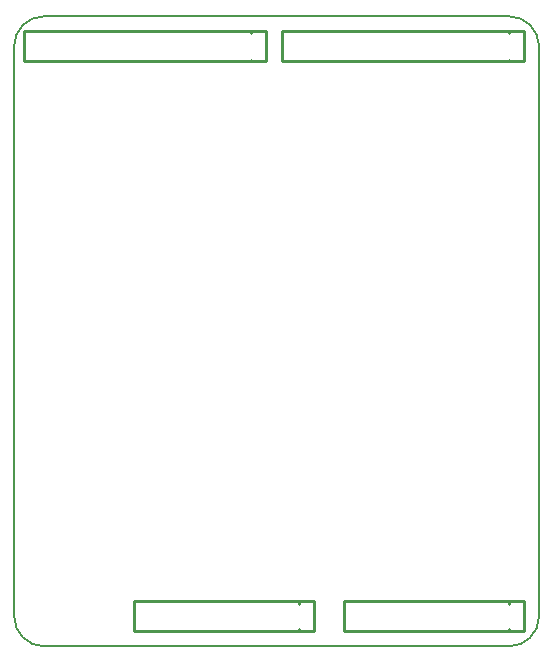
<source format=gbo>
%FSLAX25Y25*%
%MOIN*%
G70*
G01*
G75*
G04 Layer_Color=32896*
%ADD10R,0.02362X0.04724*%
%ADD11R,0.04724X0.02362*%
%ADD12R,0.02362X0.03543*%
%ADD13R,0.02559X0.02953*%
%ADD14R,0.02362X0.01969*%
%ADD15R,0.02953X0.02559*%
%ADD16R,0.04803X0.02362*%
%ADD17R,0.01969X0.02362*%
%ADD18R,0.01969X0.02756*%
%ADD19C,0.02000*%
%ADD20C,0.01000*%
%ADD21C,0.00600*%
%ADD22C,0.05906*%
%ADD23C,0.06000*%
%ADD24C,0.03000*%
%ADD25C,0.03000*%
%ADD26C,0.00984*%
%ADD27C,0.00787*%
%ADD28C,0.00394*%
%ADD29R,0.03162X0.05524*%
%ADD30R,0.05524X0.03162*%
%ADD31R,0.03162X0.04343*%
%ADD32R,0.03359X0.03753*%
%ADD33R,0.03162X0.02769*%
%ADD34R,0.03753X0.03359*%
%ADD35R,0.05603X0.03162*%
%ADD36R,0.02769X0.03162*%
%ADD37R,0.02769X0.03556*%
%ADD38C,0.06706*%
%ADD39C,0.06800*%
%ADD40C,0.03800*%
D20*
X165000Y14232D02*
Y15000D01*
Y5000D02*
Y5866D01*
X110000Y5000D02*
Y15000D01*
Y5000D02*
X170000D01*
Y15000D01*
X110000D02*
X170000D01*
X89213Y205000D02*
X170000D01*
Y195000D02*
Y205000D01*
X89213Y195000D02*
X170000D01*
X89213D02*
Y205000D01*
X165000Y195000D02*
Y195571D01*
Y204429D02*
Y205000D01*
X3213D02*
X84000D01*
Y195000D02*
Y205000D01*
X3213Y195000D02*
X84000D01*
X3213D02*
Y205000D01*
X79000Y195000D02*
Y195571D01*
Y204429D02*
Y205000D01*
X95000Y14232D02*
Y15000D01*
Y5000D02*
Y5866D01*
X40000Y5000D02*
Y15000D01*
Y5000D02*
X100000D01*
Y15000D01*
X40000D02*
X100000D01*
D21*
X0Y10000D02*
G03*
X10000Y0I10000J0D01*
G01*
X175000Y200000D02*
G03*
X165000Y210000I-10000J0D01*
G01*
X165000Y0D02*
G03*
X175000Y10000I0J10000D01*
G01*
X10000Y210000D02*
G03*
X0Y200000I0J-10000D01*
G01*
Y10000D02*
Y200000D01*
X175000Y10000D02*
Y200000D01*
X10000Y210000D02*
X165000D01*
X10000Y0D02*
X165000D01*
M02*

</source>
